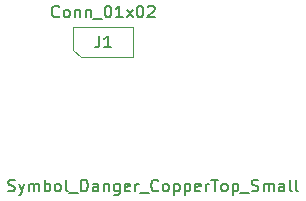
<source format=gbr>
G04 #@! TF.GenerationSoftware,KiCad,Pcbnew,5.0.2-bee76a0~70~ubuntu16.04.1*
G04 #@! TF.CreationDate,2019-07-09T20:02:22-07:00*
G04 #@! TF.ProjectId,reverse-mount-led-test,72657665-7273-4652-9d6d-6f756e742d6c,rev?*
G04 #@! TF.SameCoordinates,Original*
G04 #@! TF.FileFunction,Other,Fab,Top*
%FSLAX46Y46*%
G04 Gerber Fmt 4.6, Leading zero omitted, Abs format (unit mm)*
G04 Created by KiCad (PCBNEW 5.0.2-bee76a0~70~ubuntu16.04.1) date Tue 09 Jul 2019 08:02:22 PM PDT*
%MOMM*%
%LPD*%
G01*
G04 APERTURE LIST*
%ADD10C,0.100000*%
%ADD11C,0.150000*%
G04 APERTURE END LIST*
D10*
G04 #@! TO.C,J1*
X152908000Y-104013000D02*
X152908000Y-102108000D01*
X152908000Y-102108000D02*
X157988000Y-102108000D01*
X157988000Y-102108000D02*
X157988000Y-104648000D01*
X157988000Y-104648000D02*
X153543000Y-104648000D01*
X153543000Y-104648000D02*
X152908000Y-104013000D01*
G04 #@! TD*
G04 #@! TO.C,J1*
D11*
X151709904Y-101195142D02*
X151662285Y-101242761D01*
X151519428Y-101290380D01*
X151424190Y-101290380D01*
X151281333Y-101242761D01*
X151186095Y-101147523D01*
X151138476Y-101052285D01*
X151090857Y-100861809D01*
X151090857Y-100718952D01*
X151138476Y-100528476D01*
X151186095Y-100433238D01*
X151281333Y-100338000D01*
X151424190Y-100290380D01*
X151519428Y-100290380D01*
X151662285Y-100338000D01*
X151709904Y-100385619D01*
X152281333Y-101290380D02*
X152186095Y-101242761D01*
X152138476Y-101195142D01*
X152090857Y-101099904D01*
X152090857Y-100814190D01*
X152138476Y-100718952D01*
X152186095Y-100671333D01*
X152281333Y-100623714D01*
X152424190Y-100623714D01*
X152519428Y-100671333D01*
X152567047Y-100718952D01*
X152614666Y-100814190D01*
X152614666Y-101099904D01*
X152567047Y-101195142D01*
X152519428Y-101242761D01*
X152424190Y-101290380D01*
X152281333Y-101290380D01*
X153043238Y-100623714D02*
X153043238Y-101290380D01*
X153043238Y-100718952D02*
X153090857Y-100671333D01*
X153186095Y-100623714D01*
X153328952Y-100623714D01*
X153424190Y-100671333D01*
X153471809Y-100766571D01*
X153471809Y-101290380D01*
X153948000Y-100623714D02*
X153948000Y-101290380D01*
X153948000Y-100718952D02*
X153995619Y-100671333D01*
X154090857Y-100623714D01*
X154233714Y-100623714D01*
X154328952Y-100671333D01*
X154376571Y-100766571D01*
X154376571Y-101290380D01*
X154614666Y-101385619D02*
X155376571Y-101385619D01*
X155805142Y-100290380D02*
X155900380Y-100290380D01*
X155995619Y-100338000D01*
X156043238Y-100385619D01*
X156090857Y-100480857D01*
X156138476Y-100671333D01*
X156138476Y-100909428D01*
X156090857Y-101099904D01*
X156043238Y-101195142D01*
X155995619Y-101242761D01*
X155900380Y-101290380D01*
X155805142Y-101290380D01*
X155709904Y-101242761D01*
X155662285Y-101195142D01*
X155614666Y-101099904D01*
X155567047Y-100909428D01*
X155567047Y-100671333D01*
X155614666Y-100480857D01*
X155662285Y-100385619D01*
X155709904Y-100338000D01*
X155805142Y-100290380D01*
X157090857Y-101290380D02*
X156519428Y-101290380D01*
X156805142Y-101290380D02*
X156805142Y-100290380D01*
X156709904Y-100433238D01*
X156614666Y-100528476D01*
X156519428Y-100576095D01*
X157424190Y-101290380D02*
X157948000Y-100623714D01*
X157424190Y-100623714D02*
X157948000Y-101290380D01*
X158519428Y-100290380D02*
X158614666Y-100290380D01*
X158709904Y-100338000D01*
X158757523Y-100385619D01*
X158805142Y-100480857D01*
X158852761Y-100671333D01*
X158852761Y-100909428D01*
X158805142Y-101099904D01*
X158757523Y-101195142D01*
X158709904Y-101242761D01*
X158614666Y-101290380D01*
X158519428Y-101290380D01*
X158424190Y-101242761D01*
X158376571Y-101195142D01*
X158328952Y-101099904D01*
X158281333Y-100909428D01*
X158281333Y-100671333D01*
X158328952Y-100480857D01*
X158376571Y-100385619D01*
X158424190Y-100338000D01*
X158519428Y-100290380D01*
X159233714Y-100385619D02*
X159281333Y-100338000D01*
X159376571Y-100290380D01*
X159614666Y-100290380D01*
X159709904Y-100338000D01*
X159757523Y-100385619D01*
X159805142Y-100480857D01*
X159805142Y-100576095D01*
X159757523Y-100718952D01*
X159186095Y-101290380D01*
X159805142Y-101290380D01*
X155114666Y-102830380D02*
X155114666Y-103544666D01*
X155067047Y-103687523D01*
X154971809Y-103782761D01*
X154828952Y-103830380D01*
X154733714Y-103830380D01*
X156114666Y-103830380D02*
X155543238Y-103830380D01*
X155828952Y-103830380D02*
X155828952Y-102830380D01*
X155733714Y-102973238D01*
X155638476Y-103068476D01*
X155543238Y-103116095D01*
G04 #@! TO.C,REF\002A\002A*
X147400904Y-115974761D02*
X147543761Y-116022380D01*
X147781857Y-116022380D01*
X147877095Y-115974761D01*
X147924714Y-115927142D01*
X147972333Y-115831904D01*
X147972333Y-115736666D01*
X147924714Y-115641428D01*
X147877095Y-115593809D01*
X147781857Y-115546190D01*
X147591380Y-115498571D01*
X147496142Y-115450952D01*
X147448523Y-115403333D01*
X147400904Y-115308095D01*
X147400904Y-115212857D01*
X147448523Y-115117619D01*
X147496142Y-115070000D01*
X147591380Y-115022380D01*
X147829476Y-115022380D01*
X147972333Y-115070000D01*
X148305666Y-115355714D02*
X148543761Y-116022380D01*
X148781857Y-115355714D02*
X148543761Y-116022380D01*
X148448523Y-116260476D01*
X148400904Y-116308095D01*
X148305666Y-116355714D01*
X149162809Y-116022380D02*
X149162809Y-115355714D01*
X149162809Y-115450952D02*
X149210428Y-115403333D01*
X149305666Y-115355714D01*
X149448523Y-115355714D01*
X149543761Y-115403333D01*
X149591380Y-115498571D01*
X149591380Y-116022380D01*
X149591380Y-115498571D02*
X149639000Y-115403333D01*
X149734238Y-115355714D01*
X149877095Y-115355714D01*
X149972333Y-115403333D01*
X150019952Y-115498571D01*
X150019952Y-116022380D01*
X150496142Y-116022380D02*
X150496142Y-115022380D01*
X150496142Y-115403333D02*
X150591380Y-115355714D01*
X150781857Y-115355714D01*
X150877095Y-115403333D01*
X150924714Y-115450952D01*
X150972333Y-115546190D01*
X150972333Y-115831904D01*
X150924714Y-115927142D01*
X150877095Y-115974761D01*
X150781857Y-116022380D01*
X150591380Y-116022380D01*
X150496142Y-115974761D01*
X151543761Y-116022380D02*
X151448523Y-115974761D01*
X151400904Y-115927142D01*
X151353285Y-115831904D01*
X151353285Y-115546190D01*
X151400904Y-115450952D01*
X151448523Y-115403333D01*
X151543761Y-115355714D01*
X151686619Y-115355714D01*
X151781857Y-115403333D01*
X151829476Y-115450952D01*
X151877095Y-115546190D01*
X151877095Y-115831904D01*
X151829476Y-115927142D01*
X151781857Y-115974761D01*
X151686619Y-116022380D01*
X151543761Y-116022380D01*
X152448523Y-116022380D02*
X152353285Y-115974761D01*
X152305666Y-115879523D01*
X152305666Y-115022380D01*
X152591380Y-116117619D02*
X153353285Y-116117619D01*
X153591380Y-116022380D02*
X153591380Y-115022380D01*
X153829476Y-115022380D01*
X153972333Y-115070000D01*
X154067571Y-115165238D01*
X154115190Y-115260476D01*
X154162809Y-115450952D01*
X154162809Y-115593809D01*
X154115190Y-115784285D01*
X154067571Y-115879523D01*
X153972333Y-115974761D01*
X153829476Y-116022380D01*
X153591380Y-116022380D01*
X155019952Y-116022380D02*
X155019952Y-115498571D01*
X154972333Y-115403333D01*
X154877095Y-115355714D01*
X154686619Y-115355714D01*
X154591380Y-115403333D01*
X155019952Y-115974761D02*
X154924714Y-116022380D01*
X154686619Y-116022380D01*
X154591380Y-115974761D01*
X154543761Y-115879523D01*
X154543761Y-115784285D01*
X154591380Y-115689047D01*
X154686619Y-115641428D01*
X154924714Y-115641428D01*
X155019952Y-115593809D01*
X155496142Y-115355714D02*
X155496142Y-116022380D01*
X155496142Y-115450952D02*
X155543761Y-115403333D01*
X155639000Y-115355714D01*
X155781857Y-115355714D01*
X155877095Y-115403333D01*
X155924714Y-115498571D01*
X155924714Y-116022380D01*
X156829476Y-115355714D02*
X156829476Y-116165238D01*
X156781857Y-116260476D01*
X156734238Y-116308095D01*
X156639000Y-116355714D01*
X156496142Y-116355714D01*
X156400904Y-116308095D01*
X156829476Y-115974761D02*
X156734238Y-116022380D01*
X156543761Y-116022380D01*
X156448523Y-115974761D01*
X156400904Y-115927142D01*
X156353285Y-115831904D01*
X156353285Y-115546190D01*
X156400904Y-115450952D01*
X156448523Y-115403333D01*
X156543761Y-115355714D01*
X156734238Y-115355714D01*
X156829476Y-115403333D01*
X157686619Y-115974761D02*
X157591380Y-116022380D01*
X157400904Y-116022380D01*
X157305666Y-115974761D01*
X157258047Y-115879523D01*
X157258047Y-115498571D01*
X157305666Y-115403333D01*
X157400904Y-115355714D01*
X157591380Y-115355714D01*
X157686619Y-115403333D01*
X157734238Y-115498571D01*
X157734238Y-115593809D01*
X157258047Y-115689047D01*
X158162809Y-116022380D02*
X158162809Y-115355714D01*
X158162809Y-115546190D02*
X158210428Y-115450952D01*
X158258047Y-115403333D01*
X158353285Y-115355714D01*
X158448523Y-115355714D01*
X158543761Y-116117619D02*
X159305666Y-116117619D01*
X160115190Y-115927142D02*
X160067571Y-115974761D01*
X159924714Y-116022380D01*
X159829476Y-116022380D01*
X159686619Y-115974761D01*
X159591380Y-115879523D01*
X159543761Y-115784285D01*
X159496142Y-115593809D01*
X159496142Y-115450952D01*
X159543761Y-115260476D01*
X159591380Y-115165238D01*
X159686619Y-115070000D01*
X159829476Y-115022380D01*
X159924714Y-115022380D01*
X160067571Y-115070000D01*
X160115190Y-115117619D01*
X160686619Y-116022380D02*
X160591380Y-115974761D01*
X160543761Y-115927142D01*
X160496142Y-115831904D01*
X160496142Y-115546190D01*
X160543761Y-115450952D01*
X160591380Y-115403333D01*
X160686619Y-115355714D01*
X160829476Y-115355714D01*
X160924714Y-115403333D01*
X160972333Y-115450952D01*
X161019952Y-115546190D01*
X161019952Y-115831904D01*
X160972333Y-115927142D01*
X160924714Y-115974761D01*
X160829476Y-116022380D01*
X160686619Y-116022380D01*
X161448523Y-115355714D02*
X161448523Y-116355714D01*
X161448523Y-115403333D02*
X161543761Y-115355714D01*
X161734238Y-115355714D01*
X161829476Y-115403333D01*
X161877095Y-115450952D01*
X161924714Y-115546190D01*
X161924714Y-115831904D01*
X161877095Y-115927142D01*
X161829476Y-115974761D01*
X161734238Y-116022380D01*
X161543761Y-116022380D01*
X161448523Y-115974761D01*
X162353285Y-115355714D02*
X162353285Y-116355714D01*
X162353285Y-115403333D02*
X162448523Y-115355714D01*
X162639000Y-115355714D01*
X162734238Y-115403333D01*
X162781857Y-115450952D01*
X162829476Y-115546190D01*
X162829476Y-115831904D01*
X162781857Y-115927142D01*
X162734238Y-115974761D01*
X162639000Y-116022380D01*
X162448523Y-116022380D01*
X162353285Y-115974761D01*
X163639000Y-115974761D02*
X163543761Y-116022380D01*
X163353285Y-116022380D01*
X163258047Y-115974761D01*
X163210428Y-115879523D01*
X163210428Y-115498571D01*
X163258047Y-115403333D01*
X163353285Y-115355714D01*
X163543761Y-115355714D01*
X163639000Y-115403333D01*
X163686619Y-115498571D01*
X163686619Y-115593809D01*
X163210428Y-115689047D01*
X164115190Y-116022380D02*
X164115190Y-115355714D01*
X164115190Y-115546190D02*
X164162809Y-115450952D01*
X164210428Y-115403333D01*
X164305666Y-115355714D01*
X164400904Y-115355714D01*
X164591380Y-115022380D02*
X165162809Y-115022380D01*
X164877095Y-116022380D02*
X164877095Y-115022380D01*
X165639000Y-116022380D02*
X165543761Y-115974761D01*
X165496142Y-115927142D01*
X165448523Y-115831904D01*
X165448523Y-115546190D01*
X165496142Y-115450952D01*
X165543761Y-115403333D01*
X165639000Y-115355714D01*
X165781857Y-115355714D01*
X165877095Y-115403333D01*
X165924714Y-115450952D01*
X165972333Y-115546190D01*
X165972333Y-115831904D01*
X165924714Y-115927142D01*
X165877095Y-115974761D01*
X165781857Y-116022380D01*
X165639000Y-116022380D01*
X166400904Y-115355714D02*
X166400904Y-116355714D01*
X166400904Y-115403333D02*
X166496142Y-115355714D01*
X166686619Y-115355714D01*
X166781857Y-115403333D01*
X166829476Y-115450952D01*
X166877095Y-115546190D01*
X166877095Y-115831904D01*
X166829476Y-115927142D01*
X166781857Y-115974761D01*
X166686619Y-116022380D01*
X166496142Y-116022380D01*
X166400904Y-115974761D01*
X167067571Y-116117619D02*
X167829476Y-116117619D01*
X168019952Y-115974761D02*
X168162809Y-116022380D01*
X168400904Y-116022380D01*
X168496142Y-115974761D01*
X168543761Y-115927142D01*
X168591380Y-115831904D01*
X168591380Y-115736666D01*
X168543761Y-115641428D01*
X168496142Y-115593809D01*
X168400904Y-115546190D01*
X168210428Y-115498571D01*
X168115190Y-115450952D01*
X168067571Y-115403333D01*
X168019952Y-115308095D01*
X168019952Y-115212857D01*
X168067571Y-115117619D01*
X168115190Y-115070000D01*
X168210428Y-115022380D01*
X168448523Y-115022380D01*
X168591380Y-115070000D01*
X169019952Y-116022380D02*
X169019952Y-115355714D01*
X169019952Y-115450952D02*
X169067571Y-115403333D01*
X169162809Y-115355714D01*
X169305666Y-115355714D01*
X169400904Y-115403333D01*
X169448523Y-115498571D01*
X169448523Y-116022380D01*
X169448523Y-115498571D02*
X169496142Y-115403333D01*
X169591380Y-115355714D01*
X169734238Y-115355714D01*
X169829476Y-115403333D01*
X169877095Y-115498571D01*
X169877095Y-116022380D01*
X170781857Y-116022380D02*
X170781857Y-115498571D01*
X170734238Y-115403333D01*
X170639000Y-115355714D01*
X170448523Y-115355714D01*
X170353285Y-115403333D01*
X170781857Y-115974761D02*
X170686619Y-116022380D01*
X170448523Y-116022380D01*
X170353285Y-115974761D01*
X170305666Y-115879523D01*
X170305666Y-115784285D01*
X170353285Y-115689047D01*
X170448523Y-115641428D01*
X170686619Y-115641428D01*
X170781857Y-115593809D01*
X171400904Y-116022380D02*
X171305666Y-115974761D01*
X171258047Y-115879523D01*
X171258047Y-115022380D01*
X171924714Y-116022380D02*
X171829476Y-115974761D01*
X171781857Y-115879523D01*
X171781857Y-115022380D01*
G04 #@! TD*
M02*

</source>
